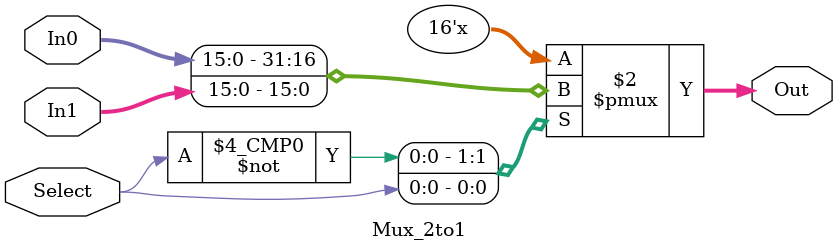
<source format=sv>
/**
 * An N-bit 2:1 multiplexer.
 * Default data width is 16 bits.
 *
 * @author Wes Hampson, Xavier Rocha
 */
module Mux_2to1 #(N = 16)
(
    input   logic           Select,
    input   logic   [N-1:0] In0, In1,
    output  logic   [N-1:0] Out
);

    always_comb begin
        case (Select)
            1'b0:   Out = In0;
            1'b1:   Out = In1;
        endcase
    end

endmodule

</source>
